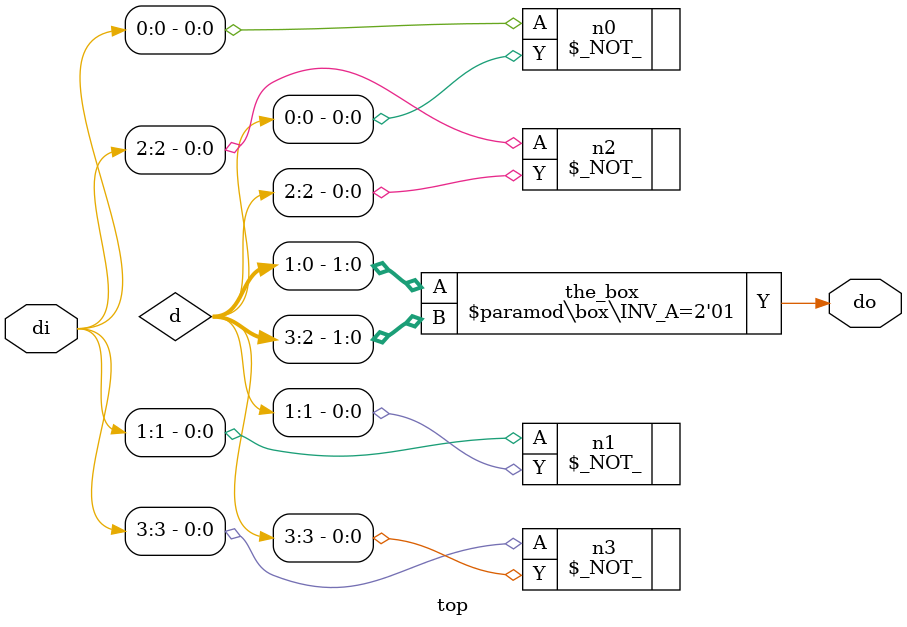
<source format=v>


(* blackbox *)
module box(
    (* invertible_pin="INV_A" *)
    input  wire [1:0] A,
    input  wire [1:0] B,

    output wire Y
);

    parameter [1:0] INV_A = 2'b00;

endmodule


module top(
    input  wire [3:0] di,
    output wire       do
);

    wire [3:0] d;

    \$_NOT_ n0 (.A(di[0]), .Y(d[0]));
    \$_NOT_ n1 (.A(di[1]), .Y(d[1]));
    \$_NOT_ n2 (.A(di[2]), .Y(d[2]));
    \$_NOT_ n3 (.A(di[3]), .Y(d[3]));

    box #(.INV_A(2'b01)) the_box (
        .A ({d[1], d[0]}),
        .B ({d[3], d[2]}),

        .Y (do)
    );

endmodule

</source>
